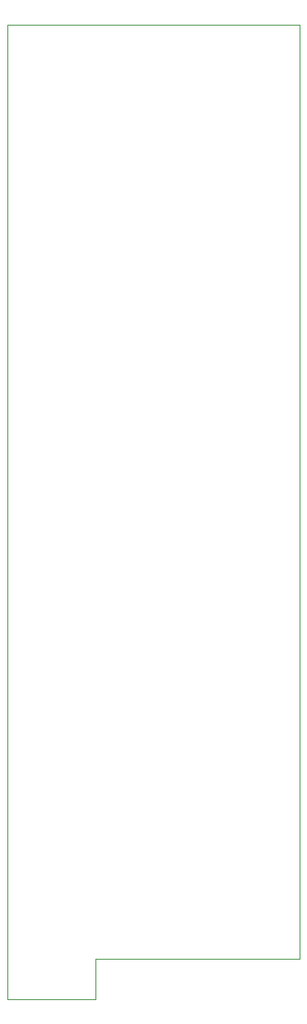
<source format=gbr>
%TF.GenerationSoftware,KiCad,Pcbnew,(6.0.0-0)*%
%TF.CreationDate,2022-01-16T08:37:53+00:00*%
%TF.ProjectId,curly-memory-kicad,6375726c-792d-46d6-956d-6f72792d6b69,rev?*%
%TF.SameCoordinates,Original*%
%TF.FileFunction,Profile,NP*%
%FSLAX46Y46*%
G04 Gerber Fmt 4.6, Leading zero omitted, Abs format (unit mm)*
G04 Created by KiCad (PCBNEW (6.0.0-0)) date 2022-01-16 08:37:53*
%MOMM*%
%LPD*%
G01*
G04 APERTURE LIST*
%TA.AperFunction,Profile*%
%ADD10C,0.100000*%
%TD*%
G04 APERTURE END LIST*
D10*
X9000000Y-95885000D02*
X9000000Y-100000000D01*
X0Y0D02*
X0Y-100000000D01*
X30000000Y0D02*
X30000000Y-95885000D01*
X9000000Y-95885000D02*
X30000000Y-95885000D01*
X0Y0D02*
X30000000Y0D01*
X0Y-100000000D02*
X9000000Y-100000000D01*
M02*

</source>
